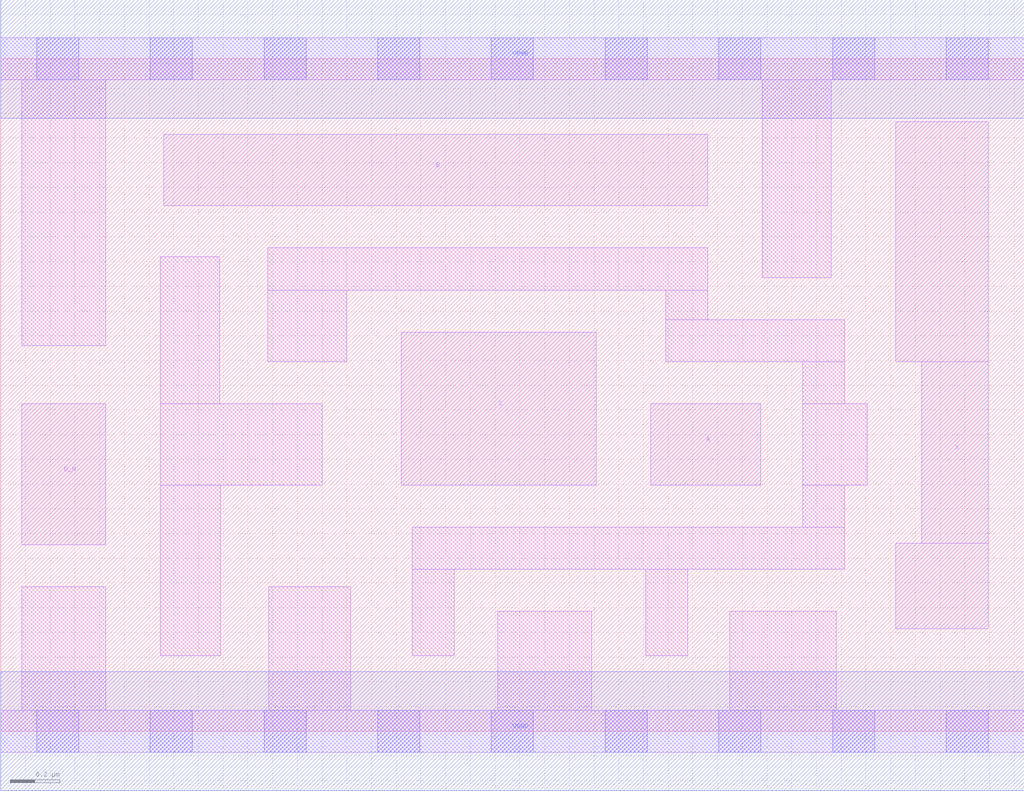
<source format=lef>
# Copyright 2020 The SkyWater PDK Authors
#
# Licensed under the Apache License, Version 2.0 (the "License");
# you may not use this file except in compliance with the License.
# You may obtain a copy of the License at
#
#     https://www.apache.org/licenses/LICENSE-2.0
#
# Unless required by applicable law or agreed to in writing, software
# distributed under the License is distributed on an "AS IS" BASIS,
# WITHOUT WARRANTIES OR CONDITIONS OF ANY KIND, either express or implied.
# See the License for the specific language governing permissions and
# limitations under the License.
#
# SPDX-License-Identifier: Apache-2.0

VERSION 5.7 ;
  NAMESCASESENSITIVE ON ;
  NOWIREEXTENSIONATPIN ON ;
  DIVIDERCHAR "/" ;
  BUSBITCHARS "[]" ;
UNITS
  DATABASE MICRONS 200 ;
END UNITS
PROPERTYDEFINITIONS
  MACRO maskLayoutSubType STRING ;
  MACRO prCellType STRING ;
  MACRO originalViewName STRING ;
END PROPERTYDEFINITIONS
MACRO sky130_fd_sc_hdll__or4b_1
  CLASS CORE ;
  FOREIGN sky130_fd_sc_hdll__or4b_1 ;
  ORIGIN  0.000000  0.000000 ;
  SIZE  4.140000 BY  2.720000 ;
  SYMMETRY X Y R90 ;
  SITE unithd ;
  PIN A
    ANTENNAGATEAREA  0.138600 ;
    DIRECTION INPUT ;
    USE SIGNAL ;
    PORT
      LAYER li1 ;
        RECT 2.630000 0.995000 3.075000 1.325000 ;
    END
  END A
  PIN B
    ANTENNAGATEAREA  0.138600 ;
    DIRECTION INPUT ;
    USE SIGNAL ;
    PORT
      LAYER li1 ;
        RECT 0.660000 2.125000 2.860000 2.415000 ;
    END
  END B
  PIN C
    ANTENNAGATEAREA  0.138600 ;
    DIRECTION INPUT ;
    USE SIGNAL ;
    PORT
      LAYER li1 ;
        RECT 1.620000 0.995000 2.410000 1.615000 ;
    END
  END C
  PIN D_N
    ANTENNAGATEAREA  0.138600 ;
    DIRECTION INPUT ;
    USE SIGNAL ;
    PORT
      LAYER li1 ;
        RECT 0.085000 0.755000 0.425000 1.325000 ;
    END
  END D_N
  PIN VGND
    ANTENNADIFFAREA  0.618450 ;
    DIRECTION INOUT ;
    USE SIGNAL ;
    PORT
      LAYER met1 ;
        RECT 0.000000 -0.240000 4.140000 0.240000 ;
    END
  END VGND
  PIN VPWR
    ANTENNADIFFAREA  0.424100 ;
    DIRECTION INOUT ;
    USE SIGNAL ;
    PORT
      LAYER met1 ;
        RECT 0.000000 2.480000 4.140000 2.960000 ;
    END
  END VPWR
  PIN X
    ANTENNADIFFAREA  0.463750 ;
    DIRECTION OUTPUT ;
    USE SIGNAL ;
    PORT
      LAYER li1 ;
        RECT 3.620000 0.415000 3.995000 0.760000 ;
        RECT 3.620000 1.495000 3.995000 2.465000 ;
        RECT 3.725000 0.760000 3.995000 1.495000 ;
    END
  END X
  OBS
    LAYER li1 ;
      RECT 0.000000 -0.085000 4.140000 0.085000 ;
      RECT 0.000000  2.635000 4.140000 2.805000 ;
      RECT 0.085000  0.085000 0.425000 0.585000 ;
      RECT 0.085000  1.560000 0.425000 2.635000 ;
      RECT 0.645000  0.305000 0.890000 0.995000 ;
      RECT 0.645000  0.995000 1.300000 1.325000 ;
      RECT 0.645000  1.325000 0.885000 1.920000 ;
      RECT 1.080000  1.495000 1.400000 1.785000 ;
      RECT 1.080000  1.785000 2.860000 1.955000 ;
      RECT 1.085000  0.085000 1.415000 0.585000 ;
      RECT 1.665000  0.305000 1.835000 0.655000 ;
      RECT 1.665000  0.655000 3.415000 0.825000 ;
      RECT 2.010000  0.085000 2.390000 0.485000 ;
      RECT 2.610000  0.305000 2.780000 0.655000 ;
      RECT 2.690000  1.495000 3.415000 1.665000 ;
      RECT 2.690000  1.665000 2.860000 1.785000 ;
      RECT 2.950000  0.085000 3.380000 0.485000 ;
      RECT 3.080000  1.835000 3.360000 2.635000 ;
      RECT 3.245000  0.825000 3.415000 0.995000 ;
      RECT 3.245000  0.995000 3.505000 1.325000 ;
      RECT 3.245000  1.325000 3.415000 1.495000 ;
    LAYER mcon ;
      RECT 0.145000 -0.085000 0.315000 0.085000 ;
      RECT 0.145000  2.635000 0.315000 2.805000 ;
      RECT 0.605000 -0.085000 0.775000 0.085000 ;
      RECT 0.605000  2.635000 0.775000 2.805000 ;
      RECT 1.065000 -0.085000 1.235000 0.085000 ;
      RECT 1.065000  2.635000 1.235000 2.805000 ;
      RECT 1.525000 -0.085000 1.695000 0.085000 ;
      RECT 1.525000  2.635000 1.695000 2.805000 ;
      RECT 1.985000 -0.085000 2.155000 0.085000 ;
      RECT 1.985000  2.635000 2.155000 2.805000 ;
      RECT 2.445000 -0.085000 2.615000 0.085000 ;
      RECT 2.445000  2.635000 2.615000 2.805000 ;
      RECT 2.905000 -0.085000 3.075000 0.085000 ;
      RECT 2.905000  2.635000 3.075000 2.805000 ;
      RECT 3.365000 -0.085000 3.535000 0.085000 ;
      RECT 3.365000  2.635000 3.535000 2.805000 ;
      RECT 3.825000 -0.085000 3.995000 0.085000 ;
      RECT 3.825000  2.635000 3.995000 2.805000 ;
  END
  PROPERTY maskLayoutSubType "abstract" ;
  PROPERTY prCellType "standard" ;
  PROPERTY originalViewName "layout" ;
END sky130_fd_sc_hdll__or4b_1
END LIBRARY

</source>
